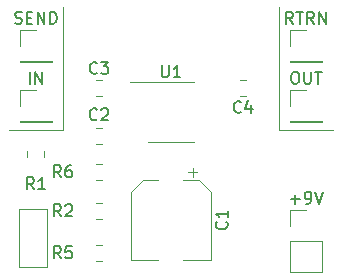
<source format=gbr>
G04 #@! TF.GenerationSoftware,KiCad,Pcbnew,6.0.0-unknown-3fefe01~100~ubuntu19.04.1*
G04 #@! TF.CreationDate,2019-08-17T22:35:10-04:00*
G04 #@! TF.ProjectId,1000WBlender,31303030-5742-46c6-956e-6465722e6b69,rev?*
G04 #@! TF.SameCoordinates,Original*
G04 #@! TF.FileFunction,Legend,Top*
G04 #@! TF.FilePolarity,Positive*
%FSLAX46Y46*%
G04 Gerber Fmt 4.6, Leading zero omitted, Abs format (unit mm)*
G04 Created by KiCad (PCBNEW 6.0.0-unknown-3fefe01~100~ubuntu19.04.1) date 2019-08-17 22:35:10*
%MOMM*%
%LPD*%
G04 APERTURE LIST*
%ADD10C,0.120000*%
%ADD11C,0.150000*%
G04 APERTURE END LIST*
D10*
X159004000Y-135382000D02*
X159004000Y-124968000D01*
X159004000Y-135382000D02*
X163576000Y-135382000D01*
X140716000Y-135382000D02*
X136144000Y-135382000D01*
X140716000Y-124968000D02*
X140716000Y-135382000D01*
X136976000Y-146996000D02*
X139376000Y-146996000D01*
X139376000Y-146996000D02*
X139376000Y-142096000D01*
X139376000Y-142096000D02*
X136976000Y-142096000D01*
X136976000Y-142096000D02*
X136976000Y-146996000D01*
X149860000Y-136418000D02*
X151810000Y-136418000D01*
X149860000Y-136418000D02*
X147910000Y-136418000D01*
X149860000Y-131298000D02*
X151810000Y-131298000D01*
X149860000Y-131298000D02*
X146410000Y-131298000D01*
X152101250Y-138958250D02*
X151313750Y-138958250D01*
X151707500Y-138564500D02*
X151707500Y-139352000D01*
X147514437Y-139592000D02*
X146450000Y-140656437D01*
X152205563Y-139592000D02*
X153270000Y-140656437D01*
X152205563Y-139592000D02*
X150920000Y-139592000D01*
X147514437Y-139592000D02*
X148800000Y-139592000D01*
X146450000Y-140656437D02*
X146450000Y-146412000D01*
X153270000Y-140656437D02*
X153270000Y-146412000D01*
X153270000Y-146412000D02*
X150920000Y-146412000D01*
X146450000Y-146412000D02*
X148800000Y-146412000D01*
X144025252Y-135180000D02*
X143502748Y-135180000D01*
X144025252Y-136600000D02*
X143502748Y-136600000D01*
X143502748Y-132536000D02*
X144025252Y-132536000D01*
X143502748Y-131116000D02*
X144025252Y-131116000D01*
X156217252Y-131116000D02*
X155694748Y-131116000D01*
X156217252Y-132536000D02*
X155694748Y-132536000D01*
X159960000Y-132020000D02*
X161290000Y-132020000D01*
X159960000Y-133350000D02*
X159960000Y-132020000D01*
X159960000Y-134620000D02*
X162620000Y-134620000D01*
X162620000Y-134620000D02*
X162620000Y-134680000D01*
X159960000Y-134620000D02*
X159960000Y-134680000D01*
X159960000Y-134680000D02*
X162620000Y-134680000D01*
X159960000Y-126940000D02*
X161290000Y-126940000D01*
X159960000Y-128270000D02*
X159960000Y-126940000D01*
X159960000Y-129540000D02*
X162620000Y-129540000D01*
X162620000Y-129540000D02*
X162620000Y-129600000D01*
X159960000Y-129540000D02*
X159960000Y-129600000D01*
X159960000Y-129600000D02*
X162620000Y-129600000D01*
X137100000Y-126940000D02*
X138430000Y-126940000D01*
X137100000Y-128270000D02*
X137100000Y-126940000D01*
X137100000Y-129540000D02*
X139760000Y-129540000D01*
X139760000Y-129540000D02*
X139760000Y-129600000D01*
X137100000Y-129540000D02*
X137100000Y-129600000D01*
X137100000Y-129600000D02*
X139760000Y-129600000D01*
X137100000Y-132020000D02*
X138430000Y-132020000D01*
X137100000Y-133350000D02*
X137100000Y-132020000D01*
X137100000Y-134620000D02*
X139760000Y-134620000D01*
X139760000Y-134620000D02*
X139760000Y-134680000D01*
X137100000Y-134620000D02*
X137100000Y-134680000D01*
X137100000Y-134680000D02*
X139760000Y-134680000D01*
X159960000Y-142180000D02*
X161290000Y-142180000D01*
X159960000Y-143510000D02*
X159960000Y-142180000D01*
X159960000Y-144780000D02*
X162620000Y-144780000D01*
X162620000Y-144780000D02*
X162620000Y-147380000D01*
X159960000Y-144780000D02*
X159960000Y-147380000D01*
X159960000Y-147380000D02*
X162620000Y-147380000D01*
X144025252Y-141530000D02*
X143502748Y-141530000D01*
X144025252Y-142950000D02*
X143502748Y-142950000D01*
X143502748Y-146506000D02*
X144025252Y-146506000D01*
X143502748Y-145086000D02*
X144025252Y-145086000D01*
X143502748Y-139648000D02*
X144025252Y-139648000D01*
X143502748Y-138228000D02*
X144025252Y-138228000D01*
X137720000Y-137152748D02*
X137720000Y-137675252D01*
X139140000Y-137152748D02*
X139140000Y-137675252D01*
D11*
X149098095Y-129910380D02*
X149098095Y-130719904D01*
X149145714Y-130815142D01*
X149193333Y-130862761D01*
X149288571Y-130910380D01*
X149479047Y-130910380D01*
X149574285Y-130862761D01*
X149621904Y-130815142D01*
X149669523Y-130719904D01*
X149669523Y-129910380D01*
X150669523Y-130910380D02*
X150098095Y-130910380D01*
X150383809Y-130910380D02*
X150383809Y-129910380D01*
X150288571Y-130053238D01*
X150193333Y-130148476D01*
X150098095Y-130196095D01*
X154567142Y-143168666D02*
X154614761Y-143216285D01*
X154662380Y-143359142D01*
X154662380Y-143454380D01*
X154614761Y-143597238D01*
X154519523Y-143692476D01*
X154424285Y-143740095D01*
X154233809Y-143787714D01*
X154090952Y-143787714D01*
X153900476Y-143740095D01*
X153805238Y-143692476D01*
X153710000Y-143597238D01*
X153662380Y-143454380D01*
X153662380Y-143359142D01*
X153710000Y-143216285D01*
X153757619Y-143168666D01*
X154662380Y-142216285D02*
X154662380Y-142787714D01*
X154662380Y-142502000D02*
X153662380Y-142502000D01*
X153805238Y-142597238D01*
X153900476Y-142692476D01*
X153948095Y-142787714D01*
X143597333Y-134469142D02*
X143549714Y-134516761D01*
X143406857Y-134564380D01*
X143311619Y-134564380D01*
X143168761Y-134516761D01*
X143073523Y-134421523D01*
X143025904Y-134326285D01*
X142978285Y-134135809D01*
X142978285Y-133992952D01*
X143025904Y-133802476D01*
X143073523Y-133707238D01*
X143168761Y-133612000D01*
X143311619Y-133564380D01*
X143406857Y-133564380D01*
X143549714Y-133612000D01*
X143597333Y-133659619D01*
X143978285Y-133659619D02*
X144025904Y-133612000D01*
X144121142Y-133564380D01*
X144359238Y-133564380D01*
X144454476Y-133612000D01*
X144502095Y-133659619D01*
X144549714Y-133754857D01*
X144549714Y-133850095D01*
X144502095Y-133992952D01*
X143930666Y-134564380D01*
X144549714Y-134564380D01*
X143597333Y-130533142D02*
X143549714Y-130580761D01*
X143406857Y-130628380D01*
X143311619Y-130628380D01*
X143168761Y-130580761D01*
X143073523Y-130485523D01*
X143025904Y-130390285D01*
X142978285Y-130199809D01*
X142978285Y-130056952D01*
X143025904Y-129866476D01*
X143073523Y-129771238D01*
X143168761Y-129676000D01*
X143311619Y-129628380D01*
X143406857Y-129628380D01*
X143549714Y-129676000D01*
X143597333Y-129723619D01*
X143930666Y-129628380D02*
X144549714Y-129628380D01*
X144216380Y-130009333D01*
X144359238Y-130009333D01*
X144454476Y-130056952D01*
X144502095Y-130104571D01*
X144549714Y-130199809D01*
X144549714Y-130437904D01*
X144502095Y-130533142D01*
X144454476Y-130580761D01*
X144359238Y-130628380D01*
X144073523Y-130628380D01*
X143978285Y-130580761D01*
X143930666Y-130533142D01*
X155789333Y-133833142D02*
X155741714Y-133880761D01*
X155598857Y-133928380D01*
X155503619Y-133928380D01*
X155360761Y-133880761D01*
X155265523Y-133785523D01*
X155217904Y-133690285D01*
X155170285Y-133499809D01*
X155170285Y-133356952D01*
X155217904Y-133166476D01*
X155265523Y-133071238D01*
X155360761Y-132976000D01*
X155503619Y-132928380D01*
X155598857Y-132928380D01*
X155741714Y-132976000D01*
X155789333Y-133023619D01*
X156646476Y-133261714D02*
X156646476Y-133928380D01*
X156408380Y-132880761D02*
X156170285Y-133595047D01*
X156789333Y-133595047D01*
X160290000Y-130472380D02*
X160480476Y-130472380D01*
X160575714Y-130520000D01*
X160670952Y-130615238D01*
X160718571Y-130805714D01*
X160718571Y-131139047D01*
X160670952Y-131329523D01*
X160575714Y-131424761D01*
X160480476Y-131472380D01*
X160290000Y-131472380D01*
X160194761Y-131424761D01*
X160099523Y-131329523D01*
X160051904Y-131139047D01*
X160051904Y-130805714D01*
X160099523Y-130615238D01*
X160194761Y-130520000D01*
X160290000Y-130472380D01*
X161147142Y-130472380D02*
X161147142Y-131281904D01*
X161194761Y-131377142D01*
X161242380Y-131424761D01*
X161337619Y-131472380D01*
X161528095Y-131472380D01*
X161623333Y-131424761D01*
X161670952Y-131377142D01*
X161718571Y-131281904D01*
X161718571Y-130472380D01*
X162051904Y-130472380D02*
X162623333Y-130472380D01*
X162337619Y-131472380D02*
X162337619Y-130472380D01*
X160194761Y-126392380D02*
X159861428Y-125916190D01*
X159623333Y-126392380D02*
X159623333Y-125392380D01*
X160004285Y-125392380D01*
X160099523Y-125440000D01*
X160147142Y-125487619D01*
X160194761Y-125582857D01*
X160194761Y-125725714D01*
X160147142Y-125820952D01*
X160099523Y-125868571D01*
X160004285Y-125916190D01*
X159623333Y-125916190D01*
X160480476Y-125392380D02*
X161051904Y-125392380D01*
X160766190Y-126392380D02*
X160766190Y-125392380D01*
X161956666Y-126392380D02*
X161623333Y-125916190D01*
X161385238Y-126392380D02*
X161385238Y-125392380D01*
X161766190Y-125392380D01*
X161861428Y-125440000D01*
X161909047Y-125487619D01*
X161956666Y-125582857D01*
X161956666Y-125725714D01*
X161909047Y-125820952D01*
X161861428Y-125868571D01*
X161766190Y-125916190D01*
X161385238Y-125916190D01*
X162385238Y-126392380D02*
X162385238Y-125392380D01*
X162956666Y-126392380D01*
X162956666Y-125392380D01*
X136668095Y-126344761D02*
X136810952Y-126392380D01*
X137049047Y-126392380D01*
X137144285Y-126344761D01*
X137191904Y-126297142D01*
X137239523Y-126201904D01*
X137239523Y-126106666D01*
X137191904Y-126011428D01*
X137144285Y-125963809D01*
X137049047Y-125916190D01*
X136858571Y-125868571D01*
X136763333Y-125820952D01*
X136715714Y-125773333D01*
X136668095Y-125678095D01*
X136668095Y-125582857D01*
X136715714Y-125487619D01*
X136763333Y-125440000D01*
X136858571Y-125392380D01*
X137096666Y-125392380D01*
X137239523Y-125440000D01*
X137668095Y-125868571D02*
X138001428Y-125868571D01*
X138144285Y-126392380D02*
X137668095Y-126392380D01*
X137668095Y-125392380D01*
X138144285Y-125392380D01*
X138572857Y-126392380D02*
X138572857Y-125392380D01*
X139144285Y-126392380D01*
X139144285Y-125392380D01*
X139620476Y-126392380D02*
X139620476Y-125392380D01*
X139858571Y-125392380D01*
X140001428Y-125440000D01*
X140096666Y-125535238D01*
X140144285Y-125630476D01*
X140191904Y-125820952D01*
X140191904Y-125963809D01*
X140144285Y-126154285D01*
X140096666Y-126249523D01*
X140001428Y-126344761D01*
X139858571Y-126392380D01*
X139620476Y-126392380D01*
X137906190Y-131472380D02*
X137906190Y-130472380D01*
X138382380Y-131472380D02*
X138382380Y-130472380D01*
X138953809Y-131472380D01*
X138953809Y-130472380D01*
X160004285Y-141251428D02*
X160766190Y-141251428D01*
X160385238Y-141632380D02*
X160385238Y-140870476D01*
X161290000Y-141632380D02*
X161480476Y-141632380D01*
X161575714Y-141584761D01*
X161623333Y-141537142D01*
X161718571Y-141394285D01*
X161766190Y-141203809D01*
X161766190Y-140822857D01*
X161718571Y-140727619D01*
X161670952Y-140680000D01*
X161575714Y-140632380D01*
X161385238Y-140632380D01*
X161290000Y-140680000D01*
X161242380Y-140727619D01*
X161194761Y-140822857D01*
X161194761Y-141060952D01*
X161242380Y-141156190D01*
X161290000Y-141203809D01*
X161385238Y-141251428D01*
X161575714Y-141251428D01*
X161670952Y-141203809D01*
X161718571Y-141156190D01*
X161766190Y-141060952D01*
X162051904Y-140632380D02*
X162385238Y-141632380D01*
X162718571Y-140632380D01*
X140549333Y-142692380D02*
X140216000Y-142216190D01*
X139977904Y-142692380D02*
X139977904Y-141692380D01*
X140358857Y-141692380D01*
X140454095Y-141740000D01*
X140501714Y-141787619D01*
X140549333Y-141882857D01*
X140549333Y-142025714D01*
X140501714Y-142120952D01*
X140454095Y-142168571D01*
X140358857Y-142216190D01*
X139977904Y-142216190D01*
X140930285Y-141787619D02*
X140977904Y-141740000D01*
X141073142Y-141692380D01*
X141311238Y-141692380D01*
X141406476Y-141740000D01*
X141454095Y-141787619D01*
X141501714Y-141882857D01*
X141501714Y-141978095D01*
X141454095Y-142120952D01*
X140882666Y-142692380D01*
X141501714Y-142692380D01*
X140549333Y-146248380D02*
X140216000Y-145772190D01*
X139977904Y-146248380D02*
X139977904Y-145248380D01*
X140358857Y-145248380D01*
X140454095Y-145296000D01*
X140501714Y-145343619D01*
X140549333Y-145438857D01*
X140549333Y-145581714D01*
X140501714Y-145676952D01*
X140454095Y-145724571D01*
X140358857Y-145772190D01*
X139977904Y-145772190D01*
X141454095Y-145248380D02*
X140977904Y-145248380D01*
X140930285Y-145724571D01*
X140977904Y-145676952D01*
X141073142Y-145629333D01*
X141311238Y-145629333D01*
X141406476Y-145676952D01*
X141454095Y-145724571D01*
X141501714Y-145819809D01*
X141501714Y-146057904D01*
X141454095Y-146153142D01*
X141406476Y-146200761D01*
X141311238Y-146248380D01*
X141073142Y-146248380D01*
X140977904Y-146200761D01*
X140930285Y-146153142D01*
X140549333Y-139390380D02*
X140216000Y-138914190D01*
X139977904Y-139390380D02*
X139977904Y-138390380D01*
X140358857Y-138390380D01*
X140454095Y-138438000D01*
X140501714Y-138485619D01*
X140549333Y-138580857D01*
X140549333Y-138723714D01*
X140501714Y-138818952D01*
X140454095Y-138866571D01*
X140358857Y-138914190D01*
X139977904Y-138914190D01*
X141406476Y-138390380D02*
X141216000Y-138390380D01*
X141120761Y-138438000D01*
X141073142Y-138485619D01*
X140977904Y-138628476D01*
X140930285Y-138818952D01*
X140930285Y-139199904D01*
X140977904Y-139295142D01*
X141025523Y-139342761D01*
X141120761Y-139390380D01*
X141311238Y-139390380D01*
X141406476Y-139342761D01*
X141454095Y-139295142D01*
X141501714Y-139199904D01*
X141501714Y-138961809D01*
X141454095Y-138866571D01*
X141406476Y-138818952D01*
X141311238Y-138771333D01*
X141120761Y-138771333D01*
X141025523Y-138818952D01*
X140977904Y-138866571D01*
X140930285Y-138961809D01*
X138263333Y-140406380D02*
X137930000Y-139930190D01*
X137691904Y-140406380D02*
X137691904Y-139406380D01*
X138072857Y-139406380D01*
X138168095Y-139454000D01*
X138215714Y-139501619D01*
X138263333Y-139596857D01*
X138263333Y-139739714D01*
X138215714Y-139834952D01*
X138168095Y-139882571D01*
X138072857Y-139930190D01*
X137691904Y-139930190D01*
X139215714Y-140406380D02*
X138644285Y-140406380D01*
X138930000Y-140406380D02*
X138930000Y-139406380D01*
X138834761Y-139549238D01*
X138739523Y-139644476D01*
X138644285Y-139692095D01*
M02*

</source>
